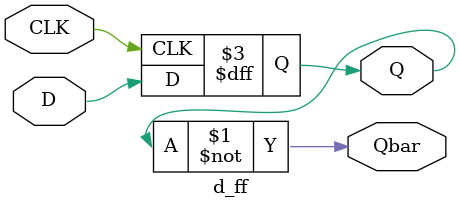
<source format=v>
module d_ff (
    input D,       // Data input
    input CLK,     // Clock input
    output reg Q,  // Output
    output Qbar    // Complement output
);

assign Qbar = ~Q;

always @(posedge CLK) begin
    Q <= D;       // Q follows D on rising clock edge
end

endmodule

</source>
